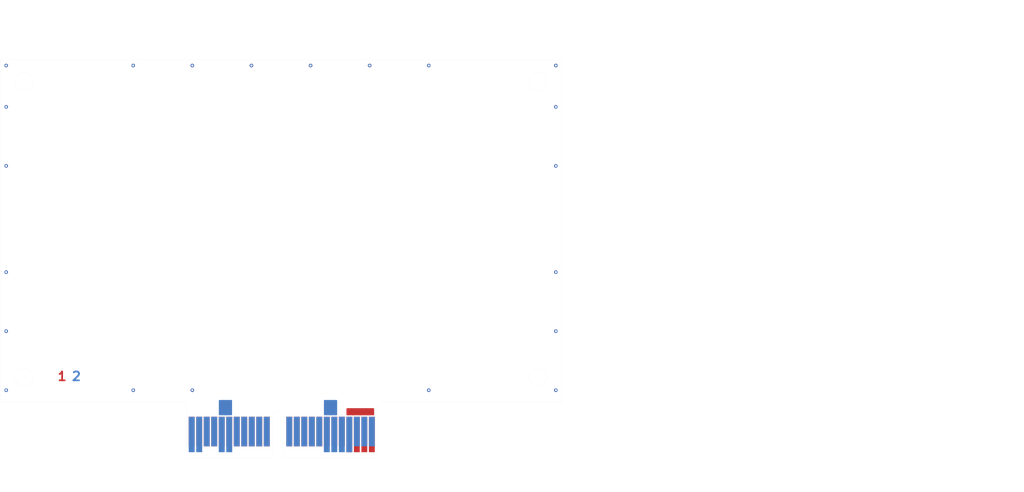
<source format=kicad_pcb>
(kicad_pcb (version 20240108) (generator "pcbnew") (generator_version "8.0")
  (title_block (title "Title goes here") (rev "1") (comment 8 "Author goes here"))
  (layers (0 "F.Cu" signal) (31 "B.Cu" signal) (34 "B.Paste" user) (35 "F.Paste" user) (36 "B.SilkS" user "B.Silkscreen") (37 "F.SilkS" user "F.Silkscreen") (38 "B.Mask" user) (39 "F.Mask" user) (44 "Edge.Cuts" user))
  (net 0 "")
  (net 1 "+5V")
  (net 2 "GND")
  (net 3 "+3.3V")
  (net 4 "/USB7_D_P")
  (net 5 "/USB7_D_N")
  (net 6 "VBUS")
  (net 7 "/IO13")
  (net 8 "/IO14")
  (net 9 "/IO22")
  (net 10 "/IO8")
  (net 11 "/IO25")
  (net 12 "/IO24")
  (net 13 "/ID_SD")
  (net 14 "/IO21")
  (net 15 "/IO17")
  (net 16 "/IO19")
  (net 17 "/IO9")
  (net 18 "/IO6")
  (net 19 "/IO3")
  (net 20 "/IO12")
  (net 21 "/IO20")
  (net 22 "/IO23")
  (net 23 "/IO5")
  (net 24 "/ANALOG_IP1")
  (net 25 "/IO4")
  (net 26 "/IO2")
  (net 27 "/IO26")
  (net 28 "/IO7")
  (net 29 "/IO11")
  (net 30 "/IO27")
  (net 31 "/ID_SC")
  (net 32 "/IO16")
  (net 33 "/IO18")
  (net 34 "/ANALOG_IP2")
  (net 35 "/IO10")
  (net 36 "/IO15")
  (footprint "Heber_Connectors:PCI_EDGE_AMC_RISER_MULTISYSTEM" (layer "B.Cu") (at 124.5 137 180)
    (property "Reference" "J1" (hide yes))
    (property "Value" "5650090-7" (hide yes))
    (fp_line (start 15.49 -4.5) (end 15.49 3.4) (stroke (width 0.01)) (layer "Edge.Cuts"))
    (fp_line (start 15.49 -4.5) (end 0.96 -4.5) (stroke (width 0.01)) (layer "Edge.Cuts"))
    (fp_line (start 0.96 -4.5) (end 0.96 2.5) (stroke (width 0.01)) (layer "Edge.Cuts"))
    (fp_line (start -0.96 -4.5) (end -0.96 2.5) (stroke (width 0.01)) (layer "Edge.Cuts"))
    (fp_line (start -0.96 -4.5) (end -16.76 -4.5) (stroke (width 0.01)) (layer "Edge.Cuts"))
    (fp_line (start -16.76 -4.5) (end -16.76 3.4) (stroke (width 0.01)) (layer "Edge.Cuts"))
    (fp_arc (start 0.96 2.5) (mid 0 3.46) (end -0.96 2.5) (stroke (width 0.01)) (layer "Edge.Cuts"))
    (pad "1" smd rect (at 14.61 -0.5 270) (size 6 1) (layers "B.Cu" "B.Paste" "B.Mask") (net 6 "VBUS"))
    (pad "2" smd rect (at 13.34 -0.5 270) (size 6 1) (layers "B.Cu" "B.Paste" "B.Mask") (net 6 "VBUS"))
    (pad "3" smd rect (at 12.07 0 270) (size 5 1) (layers "B.Cu" "B.Paste" "B.Mask") (net 4 "/USB7_D_P"))
    (pad "4" smd rect (at 10.8 0 270) (size 5 1) (layers "B.Cu" "B.Paste" "B.Mask") (net 5 "/USB7_D_N"))
    (pad "5" smd rect (at 9.53 -0.5 270) (size 6 1) (layers "B.Cu" "B.Paste" "B.Mask") (net 24 "/ANALOG_IP1"))
    (pad "6" smd rect (at 8.26 -0.5 270) (size 6 1) (layers "B.Cu" "B.Paste" "B.Mask") (net 34 "/ANALOG_IP2"))
    (pad "7" smd rect (at 6.99 0 270) (size 5 1) (layers "B.Cu" "B.Paste" "B.Mask") (net 3 "+3.3V"))
    (pad "8" smd rect (at 5.72 0 270) (size 5 1) (layers "B.Cu" "B.Paste" "B.Mask") (net 1 "+5V"))
    (pad "9" smd rect (at 4.45 0 270) (size 5 1) (layers "B.Cu" "B.Paste" "B.Mask") (net 26 "/IO2"))
    (pad "10" smd rect (at 3.18 0 270) (size 5 1) (layers "B.Cu" "B.Paste" "B.Mask") (net 1 "+5V"))
    (pad "11" smd rect (at 1.91 0 270) (size 5 1) (layers "B.Cu" "B.Paste" "B.Mask") (net 19 "/IO3"))
    (pad "12" smd rect (at -1.9 0 270) (size 5 1) (layers "B.Cu" "B.Paste" "B.Mask") (net 2 "GND"))
    (pad "13" smd rect (at -3.17 0 270) (size 5 1) (layers "B.Cu" "B.Paste" "B.Mask") (net 25 "/IO4"))
    (pad "14" smd rect (at -4.44 0 270) (size 5 1) (layers "B.Cu" "B.Paste" "B.Mask") (net 8 "/IO14"))
    (pad "15" smd rect (at -5.71 0 270) (size 5 1) (layers "B.Cu" "B.Paste" "B.Mask") (net 2 "GND"))
    (pad "16" smd rect (at -6.98 0 270) (size 5 1) (layers "B.Cu" "B.Paste" "B.Mask") (net 36 "/IO15"))
    (pad "17" smd rect (at -8.25 -0.5 270) (size 6 1) (layers "B.Cu" "B.Paste" "B.Mask") (net 15 "/IO17"))
    (pad "18" smd rect (at -9.52 -0.5 270) (size 6 1) (layers "B.Cu" "B.Paste" "B.Mask") (net 33 "/IO18"))
    (pad "19" smd rect (at -10.79 -0.5 270) (size 6 1) (layers "B.Cu" "B.Paste" "B.Mask") (net 30 "/IO27"))
    (pad "20" smd rect (at -12.06 -0.5 270) (size 6 1) (layers "B.Cu" "B.Paste" "B.Mask") (net 2 "GND"))
    (pad "21" smd rect (at -13.33 0 270) (size 5 1) (layers "B.Cu" "B.Paste" "B.Mask") (net 9 "/IO22"))
    (pad "22" smd rect (at -14.6 0 270) (size 5 1) (layers "B.Cu" "B.Paste" "B.Mask") (net 22 "/IO23"))
    (pad "23" smd rect (at -15.87 0 270) (size 5 1) (layers "B.Cu" "B.Paste" "B.Mask") (net 3 "+3.3V"))
    (pad "24" smd rect (at 14.61 0 90) (size 5 1) (layers "F.Cu" "F.Paste" "F.Mask") (net 12 "/IO24"))
    (pad "25" smd rect (at 13.34 0 90) (size 5 1) (layers "F.Cu" "F.Paste" "F.Mask") (net 35 "/IO10"))
    (pad "26" smd rect (at 12.07 0 90) (size 5 1) (layers "F.Cu" "F.Paste" "F.Mask") (net 2 "GND"))
    (pad "27" smd rect (at 10.8 0 90) (size 5 1) (layers "F.Cu" "F.Paste" "F.Mask") (net 17 "/IO9"))
    (pad "28" smd rect (at 9.53 0 90) (size 5 1) (layers "F.Cu" "F.Paste" "F.Mask") (net 11 "/IO25"))
    (pad "29" smd rect (at 8.26 0 90) (size 5 1) (layers "F.Cu" "F.Paste" "F.Mask") (net 29 "/IO11"))
    (pad "30" smd rect (at 6.99 0 90) (size 5 1) (layers "F.Cu" "F.Paste" "F.Mask") (net 10 "/IO8"))
    (pad "31" smd rect (at 5.72 0 90) (size 5 1) (layers "F.Cu" "F.Paste" "F.Mask") (net 2 "GND"))
    (pad "32" smd rect (at 4.45 0 90) (size 5 1) (layers "F.Cu" "F.Paste" "F.Mask") (net 28 "/IO7"))
    (pad "33" smd rect (at 3.18 0 90) (size 5 1) (layers "F.Cu" "F.Paste" "F.Mask") (net 13 "/ID_SD"))
    (pad "34" smd rect (at 1.91 0 90) (size 5 1) (layers "F.Cu" "F.Paste" "F.Mask") (net 31 "/ID_SC"))
    (pad "35" smd rect (at -1.9 0 90) (size 5 1) (layers "F.Cu" "F.Paste" "F.Mask") (net 23 "/IO5"))
    (pad "36" smd rect (at -3.17 0 90) (size 5 1) (layers "F.Cu" "F.Paste" "F.Mask") (net 2 "GND"))
    (pad "37" smd rect (at -4.44 0 90) (size 5 1) (layers "F.Cu" "F.Paste" "F.Mask") (net 18 "/IO6"))
    (pad "38" smd rect (at -5.71 0 90) (size 5 1) (layers "F.Cu" "F.Paste" "F.Mask") (net 20 "/IO12"))
    (pad "39" smd rect (at -6.98 0 90) (size 5 1) (layers "F.Cu" "F.Paste" "F.Mask") (net 7 "/IO13"))
    (pad "40" smd rect (at -8.25 0 90) (size 5 1) (layers "F.Cu" "F.Paste" "F.Mask") (net 2 "GND"))
    (pad "41" smd rect (at -9.52 0 90) (size 5 1) (layers "F.Cu" "F.Paste" "F.Mask") (net 16 "/IO19"))
    (pad "42" smd rect (at -10.79 0 90) (size 5 1) (layers "F.Cu" "F.Paste" "F.Mask") (net 32 "/IO16"))
    (pad "43" smd rect (at -12.06 -0.5 90) (size 6 1) (layers "F.Cu" "F.Paste" "F.Mask") (net 27 "/IO26"))
    (pad "44" smd rect (at -13.33 -0.5 90) (size 6 1) (layers "F.Cu" "F.Paste" "F.Mask") (net 21 "/IO20"))
    (pad "45" smd rect (at -14.6 -0.5 90) (size 6 1) (layers "F.Cu" "F.Paste" "F.Mask") (net 2 "GND"))
    (pad "46" smd rect (at -15.87 -0.5 90) (size 6 1) (layers "F.Cu" "F.Paste" "F.Mask") (net 14 "/IO21"))
  )
  (gr_line (start 172.5 74) (end 172.5 132) (stroke (width 0.01)) (layer "Edge.Cuts"))
  (gr_circle (center 81.5 77.75) (end 83.05 77.75) (stroke (width 0.01)) (fill none) (layer "Edge.Cuts"))
  (gr_line (start 109.01 133.6) (end 109.01 133) (stroke (width 0.01)) (layer "Edge.Cuts"))
  (gr_circle (center 168.5 127.75) (end 170.05 127.75) (stroke (width 0.01)) (fill none) (layer "Edge.Cuts"))
  (gr_line (start 77.5 74) (end 172.5 74) (stroke (width 0.01)) (layer "Edge.Cuts"))
  (gr_circle (center 81.5 127.75) (end 83.05 127.75) (stroke (width 0.01)) (fill none) (layer "Edge.Cuts"))
  (gr_circle (center 168.5 77.75) (end 170.05 77.75) (stroke (width 0.01)) (fill none) (layer "Edge.Cuts"))
  (gr_arc (start 141.26 133) (mid 141.552893 132.292893) (end 142.26 132) (stroke (width 0.01)) (layer "Edge.Cuts"))
  (gr_line (start 108.51 132) (end 77.5 132) (stroke (width 0.01)) (layer "Edge.Cuts"))
  (gr_line (start 141.26 133.6) (end 141.26 133) (stroke (width 0.01)) (layer "Edge.Cuts"))
  (gr_arc (start 108.01 132) (mid 108.717107 132.292893) (end 109.01 133) (stroke (width 0.01)) (layer "Edge.Cuts"))
  (gr_line (start 77.5 132) (end 77.5 74) (stroke (width 0.01)) (layer "Edge.Cuts"))
  (gr_line (start 172.5 132) (end 142.26 132) (stroke (width 0.01)) (layer "Edge.Cuts"))
  (gr_text "1" (at 87.052 128.524 0) (layer "F.Cu") (effects (font (size 1.5 1.5) (thickness 0.3) (bold yes)) (justify left bottom)))
  (gr_text "2" (at 89.465 128.524 0) (layer "B.Cu") (effects (font (size 1.5 1.5) (thickness 0.3) (bold yes)) (justify left bottom)))
  (segment (start 127.635 136.965) (end 127.67 137) (width 0.2) (layer "F.Cu") (net 2))
  (via (at 78.5 92) (size 0.6) (drill 0.3) (layers "F.Cu" "B.Cu") (net 2))
  (via (at 171.5 82) (size 0.6) (drill 0.3) (layers "F.Cu" "B.Cu") (net 2))
  (via (at 78.5 82) (size 0.6) (drill 0.3) (layers "F.Cu" "B.Cu") (net 2))
  (via (at 150 130) (size 0.6) (drill 0.3) (layers "F.Cu" "B.Cu") (net 2))
  (via (at 171.5 130) (size 0.6) (drill 0.3) (layers "F.Cu" "B.Cu") (net 2))
  (via (at 110 130) (size 0.6) (drill 0.3) (layers "F.Cu" "B.Cu") (net 2))
  (via (at 110 75) (size 0.6) (drill 0.3) (layers "F.Cu" "B.Cu") (net 2))
  (via (at 120 75) (size 0.6) (drill 0.3) (layers "F.Cu" "B.Cu") (net 2))
  (via (at 78.5 110) (size 0.6) (drill 0.3) (layers "F.Cu" "B.Cu") (net 2))
  (via (at 150 75) (size 0.6) (drill 0.3) (layers "F.Cu" "B.Cu") (net 2))
  (via (at 130 75) (size 0.6) (drill 0.3) (layers "F.Cu" "B.Cu") (net 2))
  (via (at 171.5 75) (size 0.6) (drill 0.3) (layers "F.Cu" "B.Cu") (net 2))
  (via (at 78.5 75) (size 0.6) (drill 0.3) (layers "F.Cu" "B.Cu") (net 2))
  (via (at 100 130) (size 0.6) (drill 0.3) (layers "F.Cu" "B.Cu") (net 2))
  (via (at 171.5 92) (size 0.6) (drill 0.3) (layers "F.Cu" "B.Cu") (net 2))
  (via (at 140 75) (size 0.6) (drill 0.3) (layers "F.Cu" "B.Cu") (net 2))
  (via (at 78.5 120) (size 0.6) (drill 0.3) (layers "F.Cu" "B.Cu") (net 2))
  (via (at 100 75) (size 0.6) (drill 0.3) (layers "F.Cu" "B.Cu") (net 2))
  (via (at 171.5 110) (size 0.6) (drill 0.3) (layers "F.Cu" "B.Cu") (net 2))
  (via (at 171.5 120) (size 0.6) (drill 0.3) (layers "F.Cu" "B.Cu") (net 2))
  (via (at 78.5 130) (size 0.6) (drill 0.3) (layers "F.Cu" "B.Cu") (net 2))
  (segment (start 128.94 137) (end 128.905 136.965) (width 0.2) (layer "F.Cu") (net 18))
  (zone (net 1) (net_name "+5V") (layer "F.Cu") (connect_pads yes (clearance 0.25)) (min_thickness 0.25) (fill yes (thermal_gap 0.5) (thermal_bridge_width 0.5))
    (polygon (pts (xy 140.8484 140.4874) (xy 136.0732 140.4874) (xy 136.0732 133.0452) (xy 140.8484 133.0452)))
  )
  (zone (net 0) (net_name "") (layers "F&B.Cu") (name "LayerIndicator") (connect_pads (clearance 0)) (min_thickness 0.25)
    (keepout (tracks allowed) (vias allowed) (pads allowed) (copperpour not_allowed) (footprints allowed))
    (fill (thermal_gap 0.5) (thermal_bridge_width 0.5))
    (polygon (pts (xy 91.37 128.905) (xy 86.925 128.905) (xy 86.925 126.238) (xy 91.37 126.238)))
  )
  (zone (net 2) (net_name "GND") (layer "B.Cu") (priority 1) (connect_pads yes (clearance 0.25)) (min_thickness 0.25) (fill yes (thermal_gap 0.5) (thermal_bridge_width 0.5))
    (polygon (pts (xy 116.7184 140.4874) (xy 114.4832 140.4874) (xy 114.4832 131.6482) (xy 116.7184 131.6482)))
  )
  (zone (net 2) (net_name "GND") (layer "B.Cu") (priority 1) (connect_pads yes (clearance 0.25)) (min_thickness 0.25) (fill yes (thermal_gap 0.5) (thermal_bridge_width 0.5))
    (polygon (pts (xy 134.4984 140.4874) (xy 132.2632 140.4874) (xy 132.2632 131.6482) (xy 134.4984 131.6482)))
  )
)
</source>
